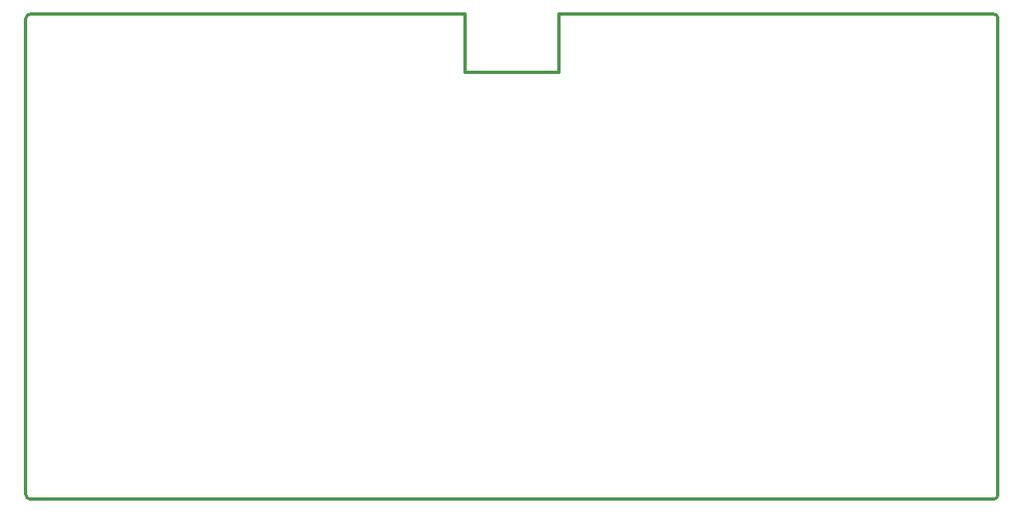
<source format=gbr>
G04 #@! TF.GenerationSoftware,KiCad,Pcbnew,(5.1.6)-1*
G04 #@! TF.CreationDate,2020-05-28T20:04:45-07:00*
G04 #@! TF.ProjectId,crokto,63726f6b-746f-42e6-9b69-6361645f7063,rev?*
G04 #@! TF.SameCoordinates,Original*
G04 #@! TF.FileFunction,Profile,NP*
%FSLAX46Y46*%
G04 Gerber Fmt 4.6, Leading zero omitted, Abs format (unit mm)*
G04 Created by KiCad (PCBNEW (5.1.6)-1) date 2020-05-28 20:04:45*
%MOMM*%
%LPD*%
G01*
G04 APERTURE LIST*
G04 #@! TA.AperFunction,Profile*
%ADD10C,0.300000*%
G04 #@! TD*
G04 APERTURE END LIST*
D10*
X54800000Y0D02*
X99500000Y0D01*
X54800000Y-6000000D02*
X54800000Y0D01*
X45199999Y-5999999D02*
X54800000Y-6000000D01*
X45199999Y0D02*
X45199999Y-5999999D01*
X499999Y0D02*
X45199999Y0D01*
X-1Y-500000D02*
G75*
G02*
X499999Y0I500000J0D01*
G01*
X0Y-49500000D02*
X0Y-499999D01*
X500001Y-49999999D02*
G75*
G02*
X0Y-49500000I-1J500000D01*
G01*
X99500000Y-50000000D02*
X500000Y-50000000D01*
X100000000Y-49500000D02*
G75*
G02*
X99500000Y-50000000I-500000J0D01*
G01*
X100000000Y-499999D02*
X100000000Y-49499999D01*
X99500000Y1D02*
G75*
G02*
X100000000Y-499999I0J-500000D01*
G01*
M02*

</source>
